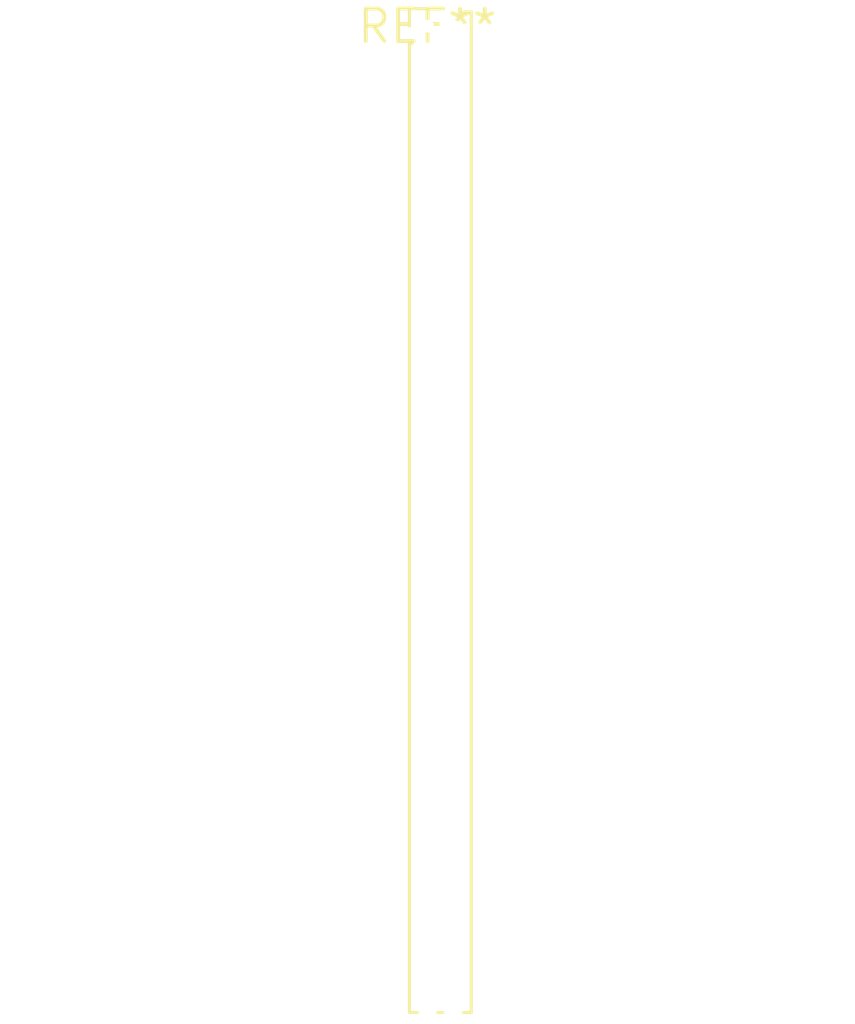
<source format=kicad_pcb>
(kicad_pcb (version 20240108) (generator pcbnew)
  (layers (0 "F.Cu" signal) (31 "B.Cu" signal) (34 "B.Paste" user) (35 "F.Paste" user) (36 "B.SilkS" user "B.Silkscreen") (37 "F.SilkS" user "F.Silkscreen") (38 "B.Mask" user) (39 "F.Mask" user) (44 "Edge.Cuts" user))
  (net 0 "")
  (footprint "PinHeader_2x39_P1.00mm_Vertical" (layer "F.Cu") (at 0 0)
    (property "Reference" "REF**")
    (property "Value" "PinHeader_2x39_P1.00mm_Vertical")
    (fp_line (start -0.71 -0.685) (end 0 -0.685) (layer "F.SilkS") (stroke (width 0.12)))
    (fp_line (start -0.71 0) (end -0.71 -0.685) (layer "F.SilkS") (stroke (width 0.12)))
    (fp_line (start -0.71 0.685) (end -0.71 38.56) (layer "F.SilkS") (stroke (width 0.12)))
    (fp_line (start -0.71 0.685) (end -0.608276 0.685) (layer "F.SilkS") (stroke (width 0.12)))
    (fp_line (start -0.71 38.56) (end -0.394493 38.56) (layer "F.SilkS") (stroke (width 0.12)))
    (fp_line (start 0.394493 38.56) (end 0.605507 38.56) (layer "F.SilkS") (stroke (width 0.12)))
    (fp_line (start 1.394493 -0.56) (end 1.71 -0.56) (layer "F.SilkS") (stroke (width 0.12)))
    (fp_line (start 1.394493 38.56) (end 1.71 38.56) (layer "F.SilkS") (stroke (width 0.12)))
    (fp_line (start 1.71 -0.56) (end 1.71 38.56) (layer "F.SilkS") (stroke (width 0.12)))
    (pad "1" thru_hole rect (at 0 0) (size 0.85 0.85) (drill 0.5) (layers *.Cu *.Mask) (remove_unused_layers))
    (pad "2" thru_hole oval (at 1 0) (size 0.85 0.85) (drill 0.5) (layers *.Cu *.Mask) (remove_unused_layers))
    (pad "3" thru_hole oval (at 0 1) (size 0.85 0.85) (drill 0.5) (layers *.Cu *.Mask) (remove_unused_layers))
    (pad "4" thru_hole oval (at 1 1) (size 0.85 0.85) (drill 0.5) (layers *.Cu *.Mask) (remove_unused_layers))
    (pad "5" thru_hole oval (at 0 2) (size 0.85 0.85) (drill 0.5) (layers *.Cu *.Mask) (remove_unused_layers))
    (pad "6" thru_hole oval (at 1 2) (size 0.85 0.85) (drill 0.5) (layers *.Cu *.Mask) (remove_unused_layers))
    (pad "7" thru_hole oval (at 0 3) (size 0.85 0.85) (drill 0.5) (layers *.Cu *.Mask) (remove_unused_layers))
    (pad "8" thru_hole oval (at 1 3) (size 0.85 0.85) (drill 0.5) (layers *.Cu *.Mask) (remove_unused_layers))
    (pad "9" thru_hole oval (at 0 4) (size 0.85 0.85) (drill 0.5) (layers *.Cu *.Mask) (remove_unused_layers))
    (pad "10" thru_hole oval (at 1 4) (size 0.85 0.85) (drill 0.5) (layers *.Cu *.Mask) (remove_unused_layers))
    (pad "11" thru_hole oval (at 0 5) (size 0.85 0.85) (drill 0.5) (layers *.Cu *.Mask) (remove_unused_layers))
    (pad "12" thru_hole oval (at 1 5) (size 0.85 0.85) (drill 0.5) (layers *.Cu *.Mask) (remove_unused_layers))
    (pad "13" thru_hole oval (at 0 6) (size 0.85 0.85) (drill 0.5) (layers *.Cu *.Mask) (remove_unused_layers))
    (pad "14" thru_hole oval (at 1 6) (size 0.85 0.85) (drill 0.5) (layers *.Cu *.Mask) (remove_unused_layers))
    (pad "15" thru_hole oval (at 0 7) (size 0.85 0.85) (drill 0.5) (layers *.Cu *.Mask) (remove_unused_layers))
    (pad "16" thru_hole oval (at 1 7) (size 0.85 0.85) (drill 0.5) (layers *.Cu *.Mask) (remove_unused_layers))
    (pad "17" thru_hole oval (at 0 8) (size 0.85 0.85) (drill 0.5) (layers *.Cu *.Mask) (remove_unused_layers))
    (pad "18" thru_hole oval (at 1 8) (size 0.85 0.85) (drill 0.5) (layers *.Cu *.Mask) (remove_unused_layers))
    (pad "19" thru_hole oval (at 0 9) (size 0.85 0.85) (drill 0.5) (layers *.Cu *.Mask) (remove_unused_layers))
    (pad "20" thru_hole oval (at 1 9) (size 0.85 0.85) (drill 0.5) (layers *.Cu *.Mask) (remove_unused_layers))
    (pad "21" thru_hole oval (at 0 10) (size 0.85 0.85) (drill 0.5) (layers *.Cu *.Mask) (remove_unused_layers))
    (pad "22" thru_hole oval (at 1 10) (size 0.85 0.85) (drill 0.5) (layers *.Cu *.Mask) (remove_unused_layers))
    (pad "23" thru_hole oval (at 0 11) (size 0.85 0.85) (drill 0.5) (layers *.Cu *.Mask) (remove_unused_layers))
    (pad "24" thru_hole oval (at 1 11) (size 0.85 0.85) (drill 0.5) (layers *.Cu *.Mask) (remove_unused_layers))
    (pad "25" thru_hole oval (at 0 12) (size 0.85 0.85) (drill 0.5) (layers *.Cu *.Mask) (remove_unused_layers))
    (pad "26" thru_hole oval (at 1 12) (size 0.85 0.85) (drill 0.5) (layers *.Cu *.Mask) (remove_unused_layers))
    (pad "27" thru_hole oval (at 0 13) (size 0.85 0.85) (drill 0.5) (layers *.Cu *.Mask) (remove_unused_layers))
    (pad "28" thru_hole oval (at 1 13) (size 0.85 0.85) (drill 0.5) (layers *.Cu *.Mask) (remove_unused_layers))
    (pad "29" thru_hole oval (at 0 14) (size 0.85 0.85) (drill 0.5) (layers *.Cu *.Mask) (remove_unused_layers))
    (pad "30" thru_hole oval (at 1 14) (size 0.85 0.85) (drill 0.5) (layers *.Cu *.Mask) (remove_unused_layers))
    (pad "31" thru_hole oval (at 0 15) (size 0.85 0.85) (drill 0.5) (layers *.Cu *.Mask) (remove_unused_layers))
    (pad "32" thru_hole oval (at 1 15) (size 0.85 0.85) (drill 0.5) (layers *.Cu *.Mask) (remove_unused_layers))
    (pad "33" thru_hole oval (at 0 16) (size 0.85 0.85) (drill 0.5) (layers *.Cu *.Mask) (remove_unused_layers))
    (pad "34" thru_hole oval (at 1 16) (size 0.85 0.85) (drill 0.5) (layers *.Cu *.Mask) (remove_unused_layers))
    (pad "35" thru_hole oval (at 0 17) (size 0.85 0.85) (drill 0.5) (layers *.Cu *.Mask) (remove_unused_layers))
    (pad "36" thru_hole oval (at 1 17) (size 0.85 0.85) (drill 0.5) (layers *.Cu *.Mask) (remove_unused_layers))
    (pad "37" thru_hole oval (at 0 18) (size 0.85 0.85) (drill 0.5) (layers *.Cu *.Mask) (remove_unused_layers))
    (pad "38" thru_hole oval (at 1 18) (size 0.85 0.85) (drill 0.5) (layers *.Cu *.Mask) (remove_unused_layers))
    (pad "39" thru_hole oval (at 0 19) (size 0.85 0.85) (drill 0.5) (layers *.Cu *.Mask) (remove_unused_layers))
    (pad "40" thru_hole oval (at 1 19) (size 0.85 0.85) (drill 0.5) (layers *.Cu *.Mask) (remove_unused_layers))
    (pad "41" thru_hole oval (at 0 20) (size 0.85 0.85) (drill 0.5) (layers *.Cu *.Mask) (remove_unused_layers))
    (pad "42" thru_hole oval (at 1 20) (size 0.85 0.85) (drill 0.5) (layers *.Cu *.Mask) (remove_unused_layers))
    (pad "43" thru_hole oval (at 0 21) (size 0.85 0.85) (drill 0.5) (layers *.Cu *.Mask) (remove_unused_layers))
    (pad "44" thru_hole oval (at 1 21) (size 0.85 0.85) (drill 0.5) (layers *.Cu *.Mask) (remove_unused_layers))
    (pad "45" thru_hole oval (at 0 22) (size 0.85 0.85) (drill 0.5) (layers *.Cu *.Mask) (remove_unused_layers))
    (pad "46" thru_hole oval (at 1 22) (size 0.85 0.85) (drill 0.5) (layers *.Cu *.Mask) (remove_unused_layers))
    (pad "47" thru_hole oval (at 0 23) (size 0.85 0.85) (drill 0.5) (layers *.Cu *.Mask) (remove_unused_layers))
    (pad "48" thru_hole oval (at 1 23) (size 0.85 0.85) (drill 0.5) (layers *.Cu *.Mask) (remove_unused_layers))
    (pad "49" thru_hole oval (at 0 24) (size 0.85 0.85) (drill 0.5) (layers *.Cu *.Mask) (remove_unused_layers))
    (pad "50" thru_hole oval (at 1 24) (size 0.85 0.85) (drill 0.5) (layers *.Cu *.Mask) (remove_unused_layers))
    (pad "51" thru_hole oval (at 0 25) (size 0.85 0.85) (drill 0.5) (layers *.Cu *.Mask) (remove_unused_layers))
    (pad "52" thru_hole oval (at 1 25) (size 0.85 0.85) (drill 0.5) (layers *.Cu *.Mask) (remove_unused_layers))
    (pad "53" thru_hole oval (at 0 26) (size 0.85 0.85) (drill 0.5) (layers *.Cu *.Mask) (remove_unused_layers))
    (pad "54" thru_hole oval (at 1 26) (size 0.85 0.85) (drill 0.5) (layers *.Cu *.Mask) (remove_unused_layers))
    (pad "55" thru_hole oval (at 0 27) (size 0.85 0.85) (drill 0.5) (layers *.Cu *.Mask) (remove_unused_layers))
    (pad "56" thru_hole oval (at 1 27) (size 0.85 0.85) (drill 0.5) (layers *.Cu *.Mask) (remove_unused_layers))
    (pad "57" thru_hole oval (at 0 28) (size 0.85 0.85) (drill 0.5) (layers *.Cu *.Mask) (remove_unused_layers))
    (pad "58" thru_hole oval (at 1 28) (size 0.85 0.85) (drill 0.5) (layers *.Cu *.Mask) (remove_unused_layers))
    (pad "59" thru_hole oval (at 0 29) (size 0.85 0.85) (drill 0.5) (layers *.Cu *.Mask) (remove_unused_layers))
    (pad "60" thru_hole oval (at 1 29) (size 0.85 0.85) (drill 0.5) (layers *.Cu *.Mask) (remove_unused_layers))
    (pad "61" thru_hole oval (at 0 30) (size 0.85 0.85) (drill 0.5) (layers *.Cu *.Mask) (remove_unused_layers))
    (pad "62" thru_hole oval (at 1 30) (size 0.85 0.85) (drill 0.5) (layers *.Cu *.Mask) (remove_unused_layers))
    (pad "63" thru_hole oval (at 0 31) (size 0.85 0.85) (drill 0.5) (layers *.Cu *.Mask) (remove_unused_layers))
    (pad "64" thru_hole oval (at 1 31) (size 0.85 0.85) (drill 0.5) (layers *.Cu *.Mask) (remove_unused_layers))
    (pad "65" thru_hole oval (at 0 32) (size 0.85 0.85) (drill 0.5) (layers *.Cu *.Mask) (remove_unused_layers))
    (pad "66" thru_hole oval (at 1 32) (size 0.85 0.85) (drill 0.5) (layers *.Cu *.Mask) (remove_unused_layers))
    (pad "67" thru_hole oval (at 0 33) (size 0.85 0.85) (drill 0.5) (layers *.Cu *.Mask) (remove_unused_layers))
    (pad "68" thru_hole oval (at 1 33) (size 0.85 0.85) (drill 0.5) (layers *.Cu *.Mask) (remove_unused_layers))
    (pad "69" thru_hole oval (at 0 34) (size 0.85 0.85) (drill 0.5) (layers *.Cu *.Mask) (remove_unused_layers))
    (pad "70" thru_hole oval (at 1 34) (size 0.85 0.85) (drill 0.5) (layers *.Cu *.Mask) (remove_unused_layers))
    (pad "71" thru_hole oval (at 0 35) (size 0.85 0.85) (drill 0.5) (layers *.Cu *.Mask) (remove_unused_layers))
    (pad "72" thru_hole oval (at 1 35) (size 0.85 0.85) (drill 0.5) (layers *.Cu *.Mask) (remove_unused_layers))
    (pad "73" thru_hole oval (at 0 36) (size 0.85 0.85) (drill 0.5) (layers *.Cu *.Mask) (remove_unused_layers))
    (pad "74" thru_hole oval (at 1 36) (size 0.85 0.85) (drill 0.5) (layers *.Cu *.Mask) (remove_unused_layers))
    (pad "75" thru_hole oval (at 0 37) (size 0.85 0.85) (drill 0.5) (layers *.Cu *.Mask) (remove_unused_layers))
    (pad "76" thru_hole oval (at 1 37) (size 0.85 0.85) (drill 0.5) (layers *.Cu *.Mask) (remove_unused_layers))
    (pad "77" thru_hole oval (at 0 38) (size 0.85 0.85) (drill 0.5) (layers *.Cu *.Mask) (remove_unused_layers))
    (pad "78" thru_hole oval (at 1 38) (size 0.85 0.85) (drill 0.5) (layers *.Cu *.Mask) (remove_unused_layers))
  )
)
</source>
